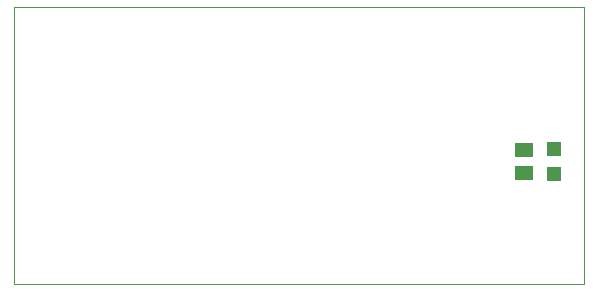
<source format=gtp>
G75*
%MOIN*%
%OFA0B0*%
%FSLAX25Y25*%
%IPPOS*%
%LPD*%
%AMOC8*
5,1,8,0,0,1.08239X$1,22.5*
%
%ADD10C,0.00000*%
%ADD11R,0.05906X0.05118*%
%ADD12R,0.04724X0.04724*%
D10*
X0010770Y0002000D02*
X0010770Y0094500D01*
X0200770Y0094500D01*
X0200770Y0002000D01*
X0010770Y0002000D01*
D11*
X0180770Y0039060D03*
X0180770Y0046540D03*
D12*
X0190770Y0046934D03*
X0190770Y0038666D03*
M02*

</source>
